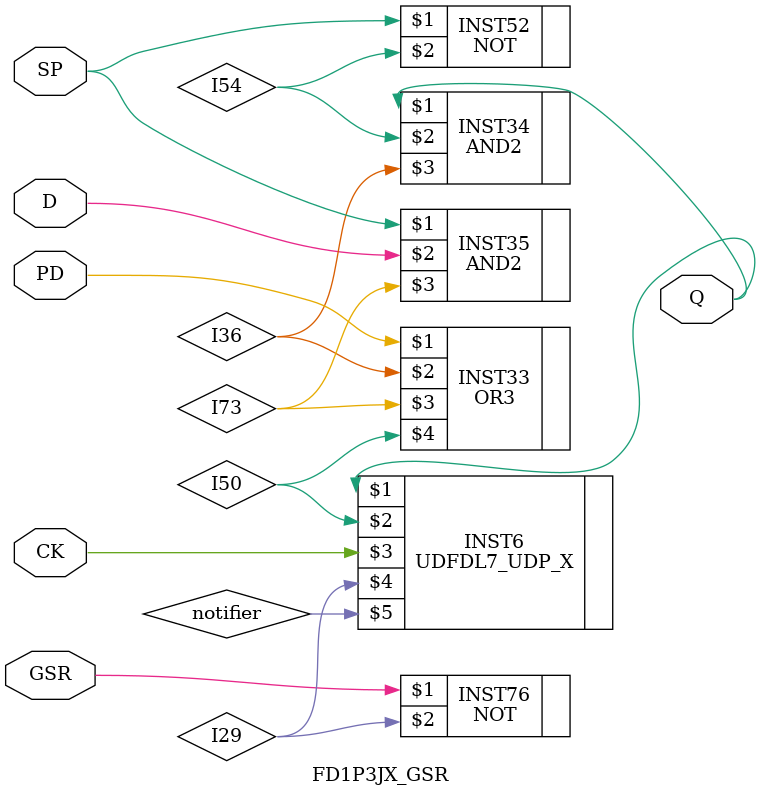
<source format=v>
`resetall
`timescale 1 ns / 100 ps

module FD1P3JX_GSR (D, SP, CK, PD, GSR, Q);
input  D, SP, CK, PD, GSR;
output Q;
reg notifier;
 

NOT INST76 (GSR,I29);
OR3 INST33 (PD,I36,I73,I50);
AND2 INST34 (Q,I54,I36);
AND2 INST35 (SP,D,I73);
NOT INST52 (SP,I54);
UDFDL7_UDP_X INST6 (Q,I50,CK,I29,notifier);

endmodule
`endcelldefine

</source>
